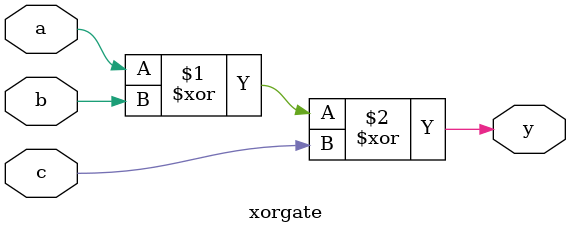
<source format=v>
module xorgate (a, b, c, y);
input a, b, c;
output y;
assign y = (a^b^c);
endmodule
</source>
